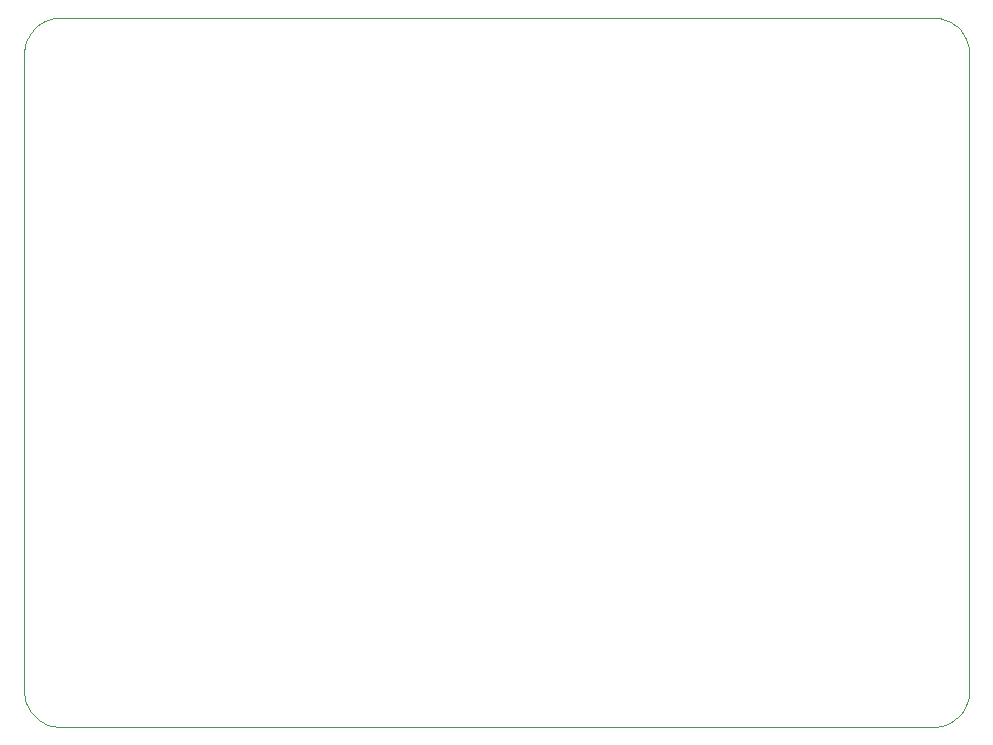
<source format=gm1>
G04*
G04 #@! TF.GenerationSoftware,Altium Limited,Altium Designer,24.5.1 (21)*
G04*
G04 Layer_Color=16711935*
%FSLAX44Y44*%
%MOMM*%
G71*
G04*
G04 #@! TF.SameCoordinates,1EF2566E-269B-4A58-AF15-B59DA95DBDD1*
G04*
G04*
G04 #@! TF.FilePolarity,Positive*
G04*
G01*
G75*
%ADD15C,0.1000*%
%ADD16C,0.1016*%
D15*
X0Y30000D02*
Y570000D01*
X29945Y600000D02*
X770000D01*
X800000Y30000D02*
Y570000D01*
X29961Y0D02*
X770000D01*
D16*
X770000D02*
X772477Y103D01*
X774938Y409D01*
X777365Y918D01*
X779741Y1626D01*
X782051Y2527D01*
X784278Y3616D01*
X786408Y4885D01*
X788426Y6326D01*
X790319Y7928D01*
X792072Y9682D01*
X793674Y11574D01*
X795115Y13592D01*
X796384Y15722D01*
X797473Y17949D01*
X798375Y20259D01*
X799082Y22636D01*
X799591Y25062D01*
X799898Y27523D01*
X800000Y30000D01*
Y570000D02*
X799898Y572477D01*
X799591Y574938D01*
X799082Y577365D01*
X798375Y579741D01*
X797473Y582051D01*
X796384Y584278D01*
X795115Y586409D01*
X793674Y588426D01*
X792072Y590318D01*
X790319Y592072D01*
X788426Y593674D01*
X786408Y595115D01*
X784278Y596384D01*
X782051Y597473D01*
X779741Y598374D01*
X777365Y599082D01*
X774938Y599591D01*
X772477Y599897D01*
X770000Y600000D01*
X30000D02*
X27523Y599897D01*
X25062Y599591D01*
X22636Y599082D01*
X20259Y598374D01*
X17949Y597473D01*
X15722Y596384D01*
X13592Y595115D01*
X11574Y593674D01*
X9682Y592072D01*
X7928Y590318D01*
X6326Y588426D01*
X4885Y586409D01*
X3616Y584278D01*
X2527Y582051D01*
X1626Y579741D01*
X918Y577365D01*
X409Y574938D01*
X103Y572477D01*
X0Y570000D01*
Y30000D02*
X103Y27523D01*
X409Y25062D01*
X918Y22635D01*
X1626Y20259D01*
X2527Y17949D01*
X3616Y15722D01*
X4885Y13592D01*
X6326Y11574D01*
X7928Y9682D01*
X9682Y7928D01*
X11574Y6326D01*
X13592Y4885D01*
X15722Y3616D01*
X17949Y2527D01*
X20259Y1626D01*
X22636Y918D01*
X25062Y409D01*
X27523Y103D01*
X30000Y0D01*
M02*

</source>
